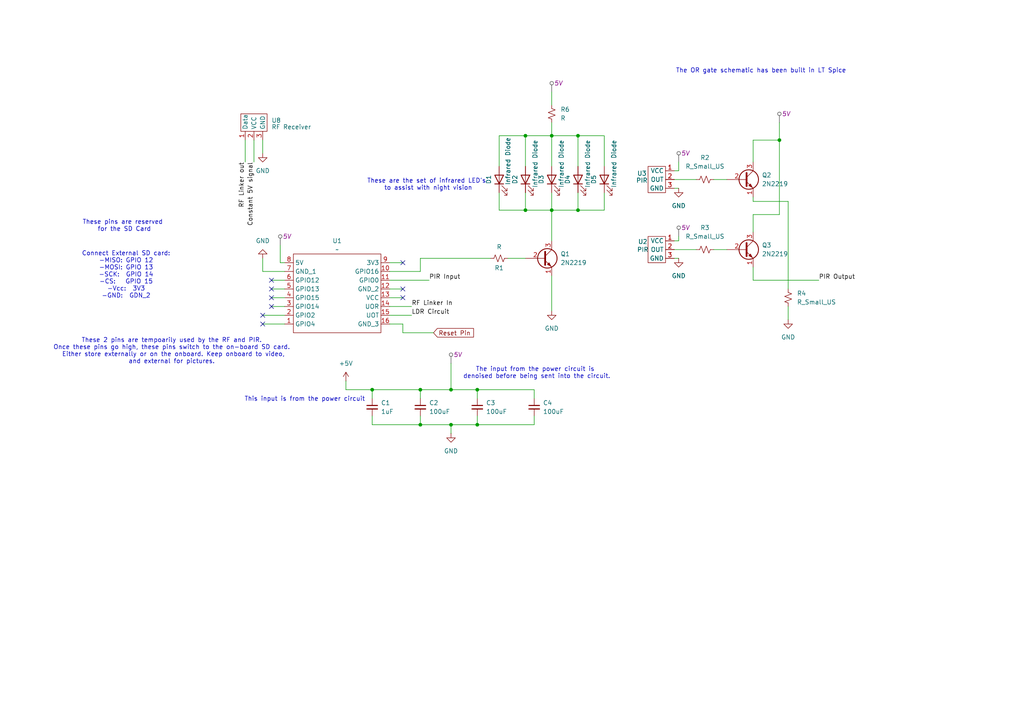
<source format=kicad_sch>
(kicad_sch (version 20231120) (generator "eeschema") (generator_version "8.0")
  (paper "A4")
  (title_block (comment 1 "One LED needs to be removed to make space for the RF Linker"))
  (lib_symbols
    (symbol "Component:ESP32-CAM"
      (property "Reference" "U" (at 0 13.97 0))
      (symbol "ESP32-CAM_1_1"
        (rectangle (start -12.7 11.43) (end 12.7 -11.43))
        (pin input line (at -15.24 -8.89 0) (length 2.54) (name "GPIO4") (number "1"))
        (pin input line (at 15.24 6.35 180) (length 2.54) (name "GPIO16") (number "10"))
        (pin input line (at 15.24 3.81 180) (length 2.54) (name "GPIO0") (number "11"))
        (pin input line (at 15.24 1.27 180) (length 2.54) (name "GND_2") (number "12"))
        (pin output line (at 15.24 -1.27 180) (length 2.54) (name "VCC") (number "13"))
        (pin input line (at 15.24 -3.81 180) (length 2.54) (name "UOR") (number "14"))
        (pin input line (at 15.24 -6.35 180) (length 2.54) (name "UOT") (number "15"))
        (pin input line (at 15.24 -8.89 180) (length 2.54) (name "GND_3") (number "16"))
        (pin input line (at -15.24 -6.35 0) (length 2.54) (name "GPIO2") (number "2"))
        (pin input line (at -15.24 -3.81 0) (length 2.54) (name "GPIO14") (number "3"))
        (pin input line (at -15.24 -1.27 0) (length 2.54) (name "GPIO15") (number "4"))
        (pin input line (at -15.24 1.27 0) (length 2.54) (name "GPIO13") (number "5"))
        (pin input line (at -15.24 3.81 0) (length 2.54) (name "GPIO12") (number "6"))
        (pin input line (at -15.24 6.35 0) (length 2.54) (name "GND_1") (number "7"))
        (pin input line (at -15.24 8.89 0) (length 2.54) (name "5V") (number "8"))
        (pin input line (at 15.24 8.89 180) (length 2.54) (name "3V3") (number "9"))
      )
    )
    (symbol "Component:PIR"
      (property "Reference" "U" (at 0 7.112 0))
      (property "Value" "PIR" (at 0 5.08 0))
      (symbol "PIR_0_1"
        (rectangle (start -2.54 3.81) (end 2.54 -3.81))
      )
      (symbol "PIR_1_1"
        (pin input line (at 5.08 2.54 180) (length 2.54) (name "VCC") (number "1"))
        (pin output line (at 5.08 0 180) (length 2.54) (name "OUT") (number "2"))
        (pin input line (at 5.08 -2.54 180) (length 2.54) (name "GND") (number "3"))
      )
    )
    (symbol "Component:RF_Receiver"
      (property "Reference" "U" (at 0 4.064 0))
      (symbol "RF_Receiver_0_1"
        (rectangle (start -3.81 2.54) (end 3.81 -2.54))
      )
      (symbol "RF_Receiver_1_1"
        (pin input line (at -2.54 -5.08 90) (length 2.54) (name "Data") (number "1"))
        (pin input line (at 0 -5.08 90) (length 2.54) (name "VCC") (number "2"))
        (pin input line (at 2.54 -5.08 90) (length 2.54) (name "GND") (number "3"))
      )
    )
    (symbol "Device:C_Small" (pin_numbers hide) (pin_names (offset 0.254) hide)
      (property "Reference" "C" (at 0.254 1.778 0))
      (property "Value" "C_Small" (at 0.254 -2.032 0))
      (symbol "C_Small_0_1"
        (polyline (pts (xy -1.524 -0.508) (xy 1.524 -0.508)) (stroke (width 0.3302)))
        (polyline (pts (xy -1.524 0.508) (xy 1.524 0.508)) (stroke (width 0.3048)))
      )
      (symbol "C_Small_1_1"
        (pin passive line (at 0 2.54 270) (length 2.032) (name "~") (number "1"))
        (pin passive line (at 0 -2.54 90) (length 2.032) (name "~") (number "2"))
      )
    )
    (symbol "Device:LED" (pin_numbers hide) (pin_names (offset 1.016) hide)
      (property "Reference" "D" (at 0 2.54 0))
      (property "Value" "LED" (at 0 -2.54 0))
      (symbol "LED_0_1"
        (polyline (pts (xy -1.27 -1.27) (xy -1.27 1.27)) (stroke (width 0.254)))
        (polyline (pts (xy -1.27 0) (xy 1.27 0)))
        (polyline (pts (xy 1.27 -1.27) (xy 1.27 1.27) (xy -1.27 0) (xy 1.27 -1.27)) (stroke (width 0.254)))
        (polyline (pts (xy -3.048 -0.762) (xy -4.572 -2.286) (xy -3.81 -2.286) (xy -4.572 -2.286) (xy -4.572 -1.524)))
        (polyline (pts (xy -1.778 -0.762) (xy -3.302 -2.286) (xy -2.54 -2.286) (xy -3.302 -2.286) (xy -3.302 -1.524)))
      )
      (symbol "LED_1_1"
        (pin passive line (at -3.81 0 0) (length 2.54) (name "K") (number "1"))
        (pin passive line (at 3.81 0 180) (length 2.54) (name "A") (number "2"))
      )
    )
    (symbol "Device:R_Small_US" (pin_numbers hide) (pin_names (offset 0.254) hide)
      (property "Reference" "R" (at 0.762 0.508 0))
      (property "Value" "R_Small_US" (at 0.762 -1.016 0))
      (symbol "R_Small_US_1_1"
        (polyline (pts (xy 0 0) (xy 1.016 -0.381) (xy 0 -0.762) (xy -1.016 -1.143) (xy 0 -1.524)))
        (polyline (pts (xy 0 1.524) (xy 1.016 1.143) (xy 0 0.762) (xy -1.016 0.381) (xy 0 0)))
        (pin passive line (at 0 2.54 270) (length 1.016) (name "~") (number "1"))
        (pin passive line (at 0 -2.54 90) (length 1.016) (name "~") (number "2"))
      )
    )
    (symbol "Transistor_BJT:2N2219" (pin_names (offset 0) hide)
      (property "Reference" "Q" (at 5.08 1.905 0))
      (property "Value" "2N2219" (at 5.08 0 0))
      (symbol "2N2219_0_1"
        (polyline (pts (xy 0.635 0.635) (xy 2.54 2.54)))
        (polyline (pts (xy 0.635 -0.635) (xy 2.54 -2.54) (xy 2.54 -2.54)))
        (polyline (pts (xy 0.635 1.905) (xy 0.635 -1.905) (xy 0.635 -1.905)) (stroke (width 0.508)))
        (polyline (pts (xy 1.27 -1.778) (xy 1.778 -1.27) (xy 2.286 -2.286) (xy 1.27 -1.778) (xy 1.27 -1.778)) (fill (type outline)))
        (circle (center 1.27 0) (radius 2.8194) (stroke (width 0.254)))
      )
      (symbol "2N2219_1_1"
        (pin passive line (at 2.54 -5.08 90) (length 2.54) (name "E") (number "1"))
        (pin passive line (at -5.08 0 0) (length 5.715) (name "B") (number "2"))
        (pin passive line (at 2.54 5.08 270) (length 2.54) (name "C") (number "3"))
      )
    )
    (symbol "power:+5V" (power) (pin_numbers hide) (pin_names (offset 0) hide)
      (property "Value" "+5V" (at 0 3.556 0))
      (symbol "+5V_0_1"
        (polyline (pts (xy -0.762 1.27) (xy 0 2.54)))
        (polyline (pts (xy 0 0) (xy 0 2.54)))
        (polyline (pts (xy 0 2.54) (xy 0.762 1.27)))
      )
      (symbol "+5V_1_1"
        (pin power_in line (at 0 0 90) (length 0) (name "~") (number "1"))
      )
    )
    (symbol "power:GND" (power) (pin_numbers hide) (pin_names (offset 0) hide)
      (property "Value" "GND" (at 0 -3.81 0))
      (symbol "GND_0_1"
        (polyline (pts (xy 0 0) (xy 0 -1.27) (xy 1.27 -1.27) (xy 0 -2.54) (xy -1.27 -1.27) (xy 0 -1.27)))
      )
      (symbol "GND_1_1"
        (pin power_in line (at 0 0 270) (length 0) (name "~") (number "1"))
      )
    )
  )
  (junction (at 160.02 39.37))
  (junction (at 107.95 113.03))
  (junction (at 167.64 60.96))
  (junction (at 152.4 39.37))
  (junction (at 138.43 123.19))
  (junction (at 167.64 39.37))
  (junction (at 130.81 113.03))
  (junction (at 138.43 113.03))
  (junction (at 130.81 123.19))
  (junction (at 160.02 60.96))
  (junction (at 121.92 113.03))
  (junction (at 152.4 60.96))
  (junction (at 121.92 123.19))
  (junction (at 226.06 40.64))
  (no_connect (at 76.2 91.44))
  (no_connect (at 78.74 81.28))
  (no_connect (at 78.74 86.36))
  (no_connect (at 78.74 83.82))
  (no_connect (at 116.84 86.36))
  (no_connect (at 116.84 76.2))
  (no_connect (at 116.84 83.82))
  (no_connect (at 76.2 93.98))
  (no_connect (at 78.74 88.9))
  (wire (pts (xy 116.84 93.98) (xy 113.03 93.98)))
  (wire (pts (xy 76.2 78.74) (xy 82.55 78.74)))
  (wire (pts (xy 107.95 113.03) (xy 121.92 113.03)))
  (wire (pts (xy 175.26 55.88) (xy 175.26 60.96)))
  (wire (pts (xy 121.92 115.57) (xy 121.92 113.03)))
  (wire (pts (xy 130.81 123.19) (xy 130.81 125.73)))
  (wire (pts (xy 196.85 69.85) (xy 195.58 69.85)))
  (wire (pts (xy 167.64 55.88) (xy 167.64 60.96)))
  (wire (pts (xy 160.02 80.01) (xy 160.02 90.17)))
  (wire (pts (xy 195.58 72.39) (xy 201.93 72.39)))
  (wire (pts (xy 152.4 60.96) (xy 160.02 60.96)))
  (wire (pts (xy 160.02 55.88) (xy 160.02 60.96)))
  (wire (pts (xy 121.92 113.03) (xy 130.81 113.03)))
  (wire (pts (xy 152.4 48.26) (xy 152.4 39.37)))
  (wire (pts (xy 76.2 74.93) (xy 76.2 78.74)))
  (wire (pts (xy 113.03 81.28) (xy 124.46 81.28)))
  (wire (pts (xy 138.43 115.57) (xy 138.43 113.03)))
  (wire (pts (xy 78.74 81.28) (xy 82.55 81.28)))
  (wire (pts (xy 152.4 39.37) (xy 160.02 39.37)))
  (wire (pts (xy 218.44 57.15) (xy 218.44 58.42)))
  (wire (pts (xy 160.02 39.37) (xy 167.64 39.37)))
  (wire (pts (xy 113.03 91.44) (xy 119.38 91.44)))
  (wire (pts (xy 125.73 96.52) (xy 116.84 96.52)))
  (wire (pts (xy 81.28 76.2) (xy 82.55 76.2)))
  (wire (pts (xy 81.28 71.12) (xy 81.28 76.2)))
  (wire (pts (xy 138.43 120.65) (xy 138.43 123.19)))
  (wire (pts (xy 142.24 74.93) (xy 121.92 74.93)))
  (wire (pts (xy 130.81 123.19) (xy 121.92 123.19)))
  (wire (pts (xy 130.81 113.03) (xy 138.43 113.03)))
  (wire (pts (xy 100.33 110.49) (xy 100.33 113.03)))
  (wire (pts (xy 107.95 123.19) (xy 121.92 123.19)))
  (wire (pts (xy 121.92 123.19) (xy 121.92 120.65)))
  (wire (pts (xy 195.58 74.93) (xy 196.85 74.93)))
  (wire (pts (xy 144.78 60.96) (xy 152.4 60.96)))
  (wire (pts (xy 226.06 40.64) (xy 226.06 62.23)))
  (wire (pts (xy 138.43 113.03) (xy 154.94 113.03)))
  (wire (pts (xy 195.58 52.07) (xy 201.93 52.07)))
  (wire (pts (xy 167.64 60.96) (xy 175.26 60.96)))
  (wire (pts (xy 76.2 93.98) (xy 82.55 93.98)))
  (wire (pts (xy 107.95 113.03) (xy 107.95 115.57)))
  (wire (pts (xy 218.44 81.28) (xy 237.49 81.28)))
  (wire (pts (xy 144.78 48.26) (xy 144.78 39.37)))
  (wire (pts (xy 207.01 72.39) (xy 210.82 72.39)))
  (wire (pts (xy 154.94 120.65) (xy 154.94 123.19)))
  (wire (pts (xy 154.94 115.57) (xy 154.94 113.03)))
  (wire (pts (xy 76.2 40.64) (xy 76.2 44.45)))
  (wire (pts (xy 144.78 39.37) (xy 152.4 39.37)))
  (wire (pts (xy 228.6 58.42) (xy 228.6 83.82)))
  (wire (pts (xy 116.84 96.52) (xy 116.84 93.98)))
  (wire (pts (xy 195.58 54.61) (xy 196.85 54.61)))
  (wire (pts (xy 218.44 46.99) (xy 218.44 40.64)))
  (wire (pts (xy 78.74 86.36) (xy 82.55 86.36)))
  (wire (pts (xy 167.64 48.26) (xy 167.64 39.37)))
  (wire (pts (xy 228.6 88.9) (xy 228.6 92.71)))
  (wire (pts (xy 107.95 120.65) (xy 107.95 123.19)))
  (wire (pts (xy 138.43 123.19) (xy 130.81 123.19)))
  (wire (pts (xy 196.85 68.58) (xy 196.85 69.85)))
  (wire (pts (xy 130.81 105.41) (xy 130.81 113.03)))
  (wire (pts (xy 152.4 55.88) (xy 152.4 60.96)))
  (wire (pts (xy 218.44 77.47) (xy 218.44 81.28)))
  (wire (pts (xy 73.66 40.64) (xy 73.66 46.99)))
  (wire (pts (xy 196.85 49.53) (xy 195.58 49.53)))
  (wire (pts (xy 154.94 123.19) (xy 138.43 123.19)))
  (wire (pts (xy 71.12 46.99) (xy 71.12 40.64)))
  (wire (pts (xy 218.44 58.42) (xy 228.6 58.42)))
  (wire (pts (xy 226.06 62.23) (xy 218.44 62.23)))
  (wire (pts (xy 218.44 40.64) (xy 226.06 40.64)))
  (wire (pts (xy 121.92 78.74) (xy 113.03 78.74)))
  (wire (pts (xy 121.92 74.93) (xy 121.92 78.74)))
  (wire (pts (xy 100.33 113.03) (xy 107.95 113.03)))
  (wire (pts (xy 144.78 55.88) (xy 144.78 60.96)))
  (wire (pts (xy 160.02 35.56) (xy 160.02 39.37)))
  (wire (pts (xy 116.84 86.36) (xy 113.03 86.36)))
  (wire (pts (xy 76.2 91.44) (xy 82.55 91.44)))
  (wire (pts (xy 167.64 39.37) (xy 175.26 39.37)))
  (wire (pts (xy 160.02 48.26) (xy 160.02 39.37)))
  (wire (pts (xy 207.01 52.07) (xy 210.82 52.07)))
  (wire (pts (xy 78.74 83.82) (xy 82.55 83.82)))
  (wire (pts (xy 116.84 83.82) (xy 113.03 83.82)))
  (wire (pts (xy 78.74 88.9) (xy 82.55 88.9)))
  (wire (pts (xy 160.02 30.48) (xy 160.02 26.67)))
  (wire (pts (xy 218.44 62.23) (xy 218.44 67.31)))
  (wire (pts (xy 196.85 46.99) (xy 196.85 49.53)))
  (wire (pts (xy 116.84 76.2) (xy 113.03 76.2)))
  (wire (pts (xy 226.06 35.56) (xy 226.06 40.64)))
  (wire (pts (xy 175.26 48.26) (xy 175.26 39.37)))
  (wire (pts (xy 160.02 60.96) (xy 160.02 69.85)))
  (wire (pts (xy 152.4 74.93) (xy 147.32 74.93)))
  (wire (pts (xy 160.02 60.96) (xy 167.64 60.96)))
  (wire (pts (xy 113.03 88.9) (xy 119.38 88.9)))
  (text "These are the set of infrared LED's \nto assist with night vision\n" (at 124.206 53.594 0) (effects (font (size 1.27 1.27))))
  (text "This input is from the power circuit" (at 88.392 115.824 0) (effects (font (size 1.27 1.27))))
  (text "Connect External SD card:\n-MISO: GPIO 12\n-MOSI: GPIO 13\n-SCK:  GPIO 14\n-CS:   GPIO 15\n-Vcc:  3V3\n-GND:  GDN_2" (at 36.576 79.756 0) (effects (font (size 1.27 1.27))))
  (text "These pins are reserved \nfor the SD Card" (at 36.068 65.532 0) (effects (font (size 1.27 1.27))))
  (text "The input from the power circuit is \ndenoised before being sent into the circuit.\n" (at 155.702 108.204 0) (effects (font (size 1.27 1.27))))
  (text "These 2 pins are tempoarily used by the RF and PIR. \nOnce these pins go high, these pins switch to the on-board SD card. \nEither store externally or on the onboard. Keep onboard to video,\nand external for pictures. \n" (at 50.292 101.854 0) (effects (font (size 1.27 1.27))))
  (text "The OR gate schematic has been built in LT Spice" (at 220.726 20.574 0) (effects (font (size 1.27 1.27))))
  (label "LDR Circuit" (at 119.38 91.44 0))
  (label "Constant 5V signal" (at 73.66 46.99 270))
  (label "PIR Output" (at 237.49 81.28 0))
  (label "RF Linker out" (at 71.12 46.99 270))
  (label "RF Linker In" (at 119.38 88.9 0))
  (label "PIR Input" (at 124.46 81.28 0))
  (global_label "Reset Pin" (shape input) (at 125.73 96.52 0) (property "Intersheetrefs" "${INTERSHEET_REFS}" (effects (hide yes))))
  (netclass_flag "" (length 2.54) (shape round) (at 81.28 71.12 0) (property "Netclass" "5V" (at 81.9785 68.58 0) (effects (font (italic yes)) (justify left))))
  (netclass_flag "" (length 2.54) (shape round) (at 196.85 46.99 0) (property "Netclass" "5V" (at 197.5485 44.45 0) (effects (font (italic yes)) (justify left))))
  (netclass_flag "" (length 2.54) (shape round) (at 196.85 68.58 0) (property "Netclass" "5V" (at 197.5485 66.04 0) (effects (font (italic yes)) (justify left))))
  (netclass_flag "" (length 2.54) (shape round) (at 226.06 35.56 0) (property "Netclass" "5V" (at 226.7585 33.02 0) (effects (font (italic yes)) (justify left))))
  (netclass_flag "" (length 2.54) (shape round) (at 160.02 26.67 0) (property "Netclass" "5V" (at 160.7185 24.13 0) (effects (font (italic yes)) (justify left))))
  (netclass_flag "" (length 2.54) (shape round) (at 130.81 105.41 0) (property "Netclass" "5V" (at 131.5085 102.87 0) (effects (font (italic yes)) (justify left))))
  (symbol (lib_id "Device:LED") (at 167.64 52.07 90) (unit 1)
    (property "Reference" "D4" (at 164.592 52.07 0))
    (property "Value" "Infrared Diode" (at 170.434 47.498 0))
    (property "Description" "Light emitting diode" (effects (hide yes)))
  )
  (symbol (lib_id "power:GND") (at 130.81 125.73 0) (unit 1)
    (property "Reference" "#PWR09" (effects (hide yes)))
    (property "Value" "GND" (at 130.81 130.81 0))
    (property "Description" "Power symbol creates a global label with name \"GND\" , ground" (effects (hide yes)))
  )
  (symbol (lib_id "power:GND") (at 196.85 54.61 0) (unit 1)
    (property "Reference" "#PWR02" (effects (hide yes)))
    (property "Value" "GND" (at 196.85 59.69 0))
    (property "Description" "Power symbol creates a global label with name \"GND\" , ground" (effects (hide yes)))
  )
  (symbol (lib_id "Device:R_Small_US") (at 204.47 72.39 90) (unit 1)
    (property "Reference" "R3" (at 204.47 66.04 90))
    (property "Value" "R_Small_US" (at 204.47 68.58 90))
    (property "Description" "Resistor, small US symbol" (effects (hide yes)))
  )
  (symbol (lib_id "Device:C_Small") (at 121.92 118.11 0) (unit 1)
    (property "Reference" "C2" (at 124.46 116.8462 0) (effects (justify left)))
    (property "Value" "100uF" (at 124.46 119.3862 0) (effects (justify left)))
    (property "Description" "Unpolarized capacitor, small symbol" (effects (hide yes)))
  )
  (symbol (lib_id "Device:C_Small") (at 154.94 118.11 0) (unit 1)
    (property "Reference" "C4" (at 157.48 116.8462 0) (effects (justify left)))
    (property "Value" "100uF" (at 157.48 119.3862 0) (effects (justify left)))
    (property "Description" "Unpolarized capacitor, small symbol" (effects (hide yes)))
  )
  (symbol (lib_id "Transistor_BJT:2N2219") (at 215.9 72.39 0) (unit 1)
    (property "Reference" "Q3" (at 220.98 71.1199 0) (effects (justify left)))
    (property "Value" "2N2219" (at 220.98 73.6599 0) (effects (justify left)))
    (property "Footprint" "Package_TO_SOT_THT:TO-39-3" (effects (hide yes)))
    (property "Datasheet" "http://www.onsemi.com/pub_link/Collateral/2N2219-D.PDF" (effects (hide yes)))
    (property "Description" "800mA Ic, 50V Vce, NPN Transistor, TO-39" (effects (hide yes)))
  )
  (symbol (lib_id "power:GND") (at 76.2 74.93 180) (unit 1)
    (property "Reference" "#PWR06" (effects (hide yes)))
    (property "Value" "GND" (at 76.2 69.85 0))
    (property "Description" "Power symbol creates a global label with name \"GND\" , ground" (effects (hide yes)))
  )
  (symbol (lib_id "Device:LED") (at 144.78 52.07 90) (unit 1)
    (property "Reference" "D1" (at 141.732 52.07 0))
    (property "Value" "Infrared Diode" (at 147.32 46.736 0))
    (property "Description" "Light emitting diode" (effects (hide yes)))
  )
  (symbol (lib_id "Device:LED") (at 160.02 52.07 90) (unit 1)
    (property "Reference" "D3" (at 156.972 52.07 0))
    (property "Value" "Infrared Diode" (at 162.814 47.498 0))
    (property "Description" "Light emitting diode" (effects (hide yes)))
  )
  (symbol (lib_id "power:GND") (at 228.6 92.71 0) (unit 1)
    (property "Reference" "#PWR05" (effects (hide yes)))
    (property "Value" "GND" (at 228.6 97.79 0))
    (property "Description" "Power symbol creates a global label with name \"GND\" , ground" (effects (hide yes)))
  )
  (symbol (lib_id "Device:R_Small_US") (at 160.02 33.02 0) (unit 1)
    (property "Reference" "R6" (at 162.56 31.7499 0) (effects (justify left)))
    (property "Value" "R" (at 162.56 34.2899 0) (effects (justify left)))
    (property "Description" "Resistor, small US symbol" (effects (hide yes)))
  )
  (symbol (lib_id "Component:PIR") (at 190.5 72.39 0) (unit 1)
    (property "Reference" "U2" (at 186.436 70.104 0))
    (property "Value" "PIR" (at 186.436 72.39 0))
  )
  (symbol (lib_id "power:GND") (at 76.2 44.45 0) (unit 1)
    (property "Reference" "#PWR019" (effects (hide yes)))
    (property "Value" "GND" (at 76.2 49.53 0))
    (property "Description" "Power symbol creates a global label with name \"GND\" , ground" (effects (hide yes)))
  )
  (symbol (lib_id "power:GND") (at 196.85 74.93 0) (unit 1)
    (property "Reference" "#PWR01" (effects (hide yes)))
    (property "Value" "GND" (at 196.85 80.01 0))
    (property "Description" "Power symbol creates a global label with name \"GND\" , ground" (effects (hide yes)))
  )
  (symbol (lib_id "Device:C_Small") (at 107.95 118.11 0) (unit 1)
    (property "Reference" "C1" (at 110.49 116.8462 0) (effects (justify left)))
    (property "Value" "1uF" (at 110.49 119.3862 0) (effects (justify left)))
    (property "Description" "Unpolarized capacitor, small symbol" (effects (hide yes)))
  )
  (symbol (lib_id "Component:ESP32-CAM") (at 97.79 85.09 0) (unit 1)
    (property "Reference" "U1" (at 97.79 69.85 0))
    (property "Value" "~" (at 97.79 72.39 0))
  )
  (symbol (lib_id "Device:LED") (at 152.4 52.07 90) (unit 1)
    (property "Reference" "D2" (at 149.352 52.07 0))
    (property "Value" "Infrared Diode" (at 155.194 47.498 0))
    (property "Description" "Light emitting diode" (effects (hide yes)))
  )
  (symbol (lib_id "Device:R_Small_US") (at 228.6 86.36 0) (unit 1)
    (property "Reference" "R4" (at 231.14 85.0899 0) (effects (justify left)))
    (property "Value" "R_Small_US" (at 231.14 87.6299 0) (effects (justify left)))
    (property "Description" "Resistor, small US symbol" (effects (hide yes)))
  )
  (symbol (lib_id "power:GND") (at 160.02 90.17 0) (unit 1)
    (property "Reference" "#PWR03" (effects (hide yes)))
    (property "Value" "GND" (at 160.02 95.25 0))
    (property "Description" "Power symbol creates a global label with name \"GND\" , ground" (effects (hide yes)))
  )
  (symbol (lib_id "Device:C_Small") (at 138.43 118.11 0) (unit 1)
    (property "Reference" "C3" (at 140.97 116.8462 0) (effects (justify left)))
    (property "Value" "100uF" (at 140.97 119.3862 0) (effects (justify left)))
    (property "Description" "Unpolarized capacitor, small symbol" (effects (hide yes)))
  )
  (symbol (lib_id "Transistor_BJT:2N2219") (at 157.48 74.93 0) (unit 1)
    (property "Reference" "Q1" (at 162.56 73.6599 0) (effects (justify left)))
    (property "Value" "2N2219" (at 162.56 76.1999 0) (effects (justify left)))
    (property "Footprint" "Package_TO_SOT_THT:TO-39-3" (effects (hide yes)))
    (property "Datasheet" "http://www.onsemi.com/pub_link/Collateral/2N2219-D.PDF" (effects (hide yes)))
    (property "Description" "800mA Ic, 50V Vce, NPN Transistor, TO-39" (effects (hide yes)))
  )
  (symbol (lib_id "Device:LED") (at 175.26 52.07 90) (unit 1)
    (property "Reference" "D5" (at 172.212 52.07 0))
    (property "Value" "Infrared Diode" (at 178.054 47.498 0))
    (property "Description" "Light emitting diode" (effects (hide yes)))
  )
  (symbol (lib_id "Component:PIR") (at 190.5 52.07 0) (unit 1)
    (property "Reference" "U3" (at 186.182 50.292 0))
    (property "Value" "PIR" (at 186.182 52.324 0))
  )
  (symbol (lib_id "Device:R_Small_US") (at 204.47 52.07 90) (unit 1)
    (property "Reference" "R2" (at 204.47 45.72 90))
    (property "Value" "R_Small_US" (at 204.47 48.26 90))
    (property "Description" "Resistor, small US symbol" (effects (hide yes)))
  )
  (symbol (lib_id "power:+5V") (at 100.33 110.49 0) (unit 1)
    (property "Reference" "#PWR04" (effects (hide yes)))
    (property "Value" "+5V" (at 100.33 105.41 0))
    (property "Description" "Power symbol creates a global label with name \"+5V\"" (effects (hide yes)))
  )
  (symbol (lib_id "Device:R_Small_US") (at 144.78 74.93 90) (unit 1)
    (property "Reference" "R1" (at 144.78 77.724 90))
    (property "Value" "R" (at 144.78 71.628 90))
    (property "Description" "Resistor, small US symbol" (effects (hide yes)))
  )
  (symbol (lib_id "Component:RF_Receiver") (at 73.66 35.56 0) (unit 1)
    (property "Reference" "U8" (at 78.74 34.9249 0) (effects (justify left)))
    (property "Value" "RF Receiver" (at 78.74 36.83 0) (effects (justify left)))
  )
  (symbol (lib_id "Transistor_BJT:2N2219") (at 215.9 52.07 0) (unit 1)
    (property "Reference" "Q2" (at 220.98 50.7999 0) (effects (justify left)))
    (property "Value" "2N2219" (at 220.98 53.3399 0) (effects (justify left)))
    (property "Footprint" "Package_TO_SOT_THT:TO-39-3" (effects (hide yes)))
    (property "Datasheet" "http://www.onsemi.com/pub_link/Collateral/2N2219-D.PDF" (effects (hide yes)))
    (property "Description" "800mA Ic, 50V Vce, NPN Transistor, TO-39" (effects (hide yes)))
  )
)
</source>
